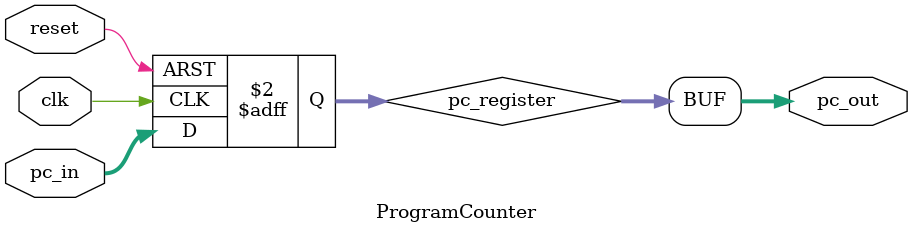
<source format=v>

module ProgramCounter(
    input wire clk,              // Input: Clock signal
    input wire [31:0] pc_in,     // Input: New program counter value
    input wire reset,            // Input: Reset signal
    output wire [31:0] pc_out    // Output: Current program counter value
);

//32-bit register for the program counter
reg [31:0] pc_register;

// Always block for updating the program counter
always @(posedge clk or posedge reset) begin
    if (reset) begin
        // Reset the program counter to an initial value
        pc_register <= 32'h0;
    end else begin
        // Update the program counter with the new value from pc_in
        pc_register <= pc_in;
    end
end

// Assign the current program counter value to the output
assign pc_out = pc_register;

endmodule

</source>
